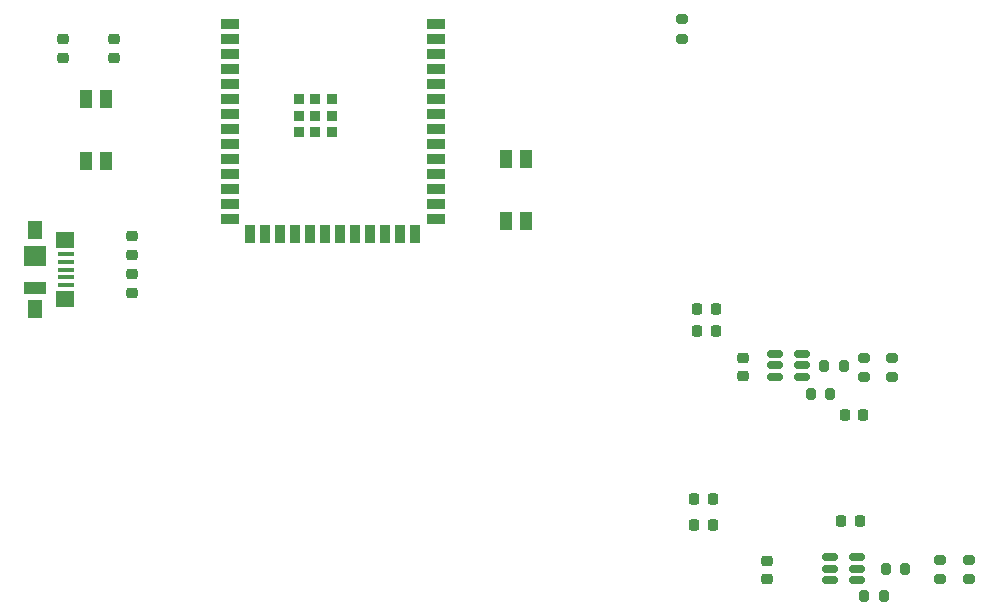
<source format=gtp>
%TF.GenerationSoftware,KiCad,Pcbnew,9.0.6*%
%TF.CreationDate,2025-11-17T01:57:32-05:00*%
%TF.ProjectId,DoodleBot,446f6f64-6c65-4426-9f74-2e6b69636164,rev?*%
%TF.SameCoordinates,Original*%
%TF.FileFunction,Paste,Top*%
%TF.FilePolarity,Positive*%
%FSLAX46Y46*%
G04 Gerber Fmt 4.6, Leading zero omitted, Abs format (unit mm)*
G04 Created by KiCad (PCBNEW 9.0.6) date 2025-11-17 01:57:32*
%MOMM*%
%LPD*%
G01*
G04 APERTURE LIST*
G04 Aperture macros list*
%AMRoundRect*
0 Rectangle with rounded corners*
0 $1 Rounding radius*
0 $2 $3 $4 $5 $6 $7 $8 $9 X,Y pos of 4 corners*
0 Add a 4 corners polygon primitive as box body*
4,1,4,$2,$3,$4,$5,$6,$7,$8,$9,$2,$3,0*
0 Add four circle primitives for the rounded corners*
1,1,$1+$1,$2,$3*
1,1,$1+$1,$4,$5*
1,1,$1+$1,$6,$7*
1,1,$1+$1,$8,$9*
0 Add four rect primitives between the rounded corners*
20,1,$1+$1,$2,$3,$4,$5,0*
20,1,$1+$1,$4,$5,$6,$7,0*
20,1,$1+$1,$6,$7,$8,$9,0*
20,1,$1+$1,$8,$9,$2,$3,0*%
G04 Aperture macros list end*
%ADD10R,1.380000X0.450000*%
%ADD11R,1.300000X1.650000*%
%ADD12R,1.550000X1.425000*%
%ADD13R,1.900000X1.800000*%
%ADD14R,1.900000X1.000000*%
%ADD15R,1.000000X1.550000*%
%ADD16RoundRect,0.218750X-0.256250X0.218750X-0.256250X-0.218750X0.256250X-0.218750X0.256250X0.218750X0*%
%ADD17RoundRect,0.218750X0.256250X-0.218750X0.256250X0.218750X-0.256250X0.218750X-0.256250X-0.218750X0*%
%ADD18RoundRect,0.225000X-0.250000X0.225000X-0.250000X-0.225000X0.250000X-0.225000X0.250000X0.225000X0*%
%ADD19RoundRect,0.225000X0.225000X0.250000X-0.225000X0.250000X-0.225000X-0.250000X0.225000X-0.250000X0*%
%ADD20RoundRect,0.200000X0.275000X-0.200000X0.275000X0.200000X-0.275000X0.200000X-0.275000X-0.200000X0*%
%ADD21RoundRect,0.200000X-0.275000X0.200000X-0.275000X-0.200000X0.275000X-0.200000X0.275000X0.200000X0*%
%ADD22RoundRect,0.200000X-0.200000X-0.275000X0.200000X-0.275000X0.200000X0.275000X-0.200000X0.275000X0*%
%ADD23RoundRect,0.150000X-0.512500X-0.150000X0.512500X-0.150000X0.512500X0.150000X-0.512500X0.150000X0*%
%ADD24RoundRect,0.225000X-0.225000X-0.250000X0.225000X-0.250000X0.225000X0.250000X-0.225000X0.250000X0*%
%ADD25RoundRect,0.225000X0.250000X-0.225000X0.250000X0.225000X-0.250000X0.225000X-0.250000X-0.225000X0*%
%ADD26R,0.900000X0.900000*%
%ADD27R,1.500000X0.900000*%
%ADD28R,0.900000X1.500000*%
G04 APERTURE END LIST*
D10*
%TO.C,J3*%
X69485000Y-99387500D03*
X69485000Y-100037500D03*
X69485000Y-100687500D03*
X69485000Y-101337500D03*
X69485000Y-101987500D03*
D11*
X66825000Y-97312500D03*
D12*
X69400000Y-98200000D03*
D13*
X66825000Y-99537500D03*
D14*
X66825000Y-102237500D03*
D12*
X69400000Y-103175000D03*
D11*
X66825000Y-104062500D03*
%TD*%
D15*
%TO.C,RESET1*%
X72850000Y-86275000D03*
X72850000Y-91525000D03*
X71150000Y-86275000D03*
X71150000Y-91525000D03*
%TD*%
D16*
%TO.C,D1*%
X75050000Y-99450000D03*
X75050000Y-97875000D03*
%TD*%
D17*
%TO.C,D2*%
X75050000Y-101100000D03*
X75050000Y-102675000D03*
%TD*%
D18*
%TO.C,C17*%
X69200000Y-81200000D03*
X69200000Y-82750000D03*
%TD*%
%TO.C,C18*%
X73500000Y-81200000D03*
X73500000Y-82750000D03*
%TD*%
D19*
%TO.C,C7*%
X124456185Y-105859064D03*
X122906185Y-105859064D03*
%TD*%
%TO.C,C2*%
X136650000Y-122000000D03*
X135100000Y-122000000D03*
%TD*%
D20*
%TO.C,R4*%
X136981185Y-108134064D03*
X136981185Y-109784064D03*
%TD*%
D21*
%TO.C,R3*%
X139381185Y-109784064D03*
X139381185Y-108134064D03*
%TD*%
D22*
%TO.C,R8*%
X135306185Y-108859064D03*
X133656185Y-108859064D03*
%TD*%
D23*
%TO.C,5V_Converter1*%
X131756185Y-107859064D03*
X131756185Y-108809064D03*
X131756185Y-109759064D03*
X129481185Y-109759064D03*
X129481185Y-108809064D03*
X129481185Y-107859064D03*
%TD*%
D19*
%TO.C,C8*%
X122906185Y-104059064D03*
X124456185Y-104059064D03*
%TD*%
D24*
%TO.C,C6*%
X136956185Y-112959064D03*
X135406185Y-112959064D03*
%TD*%
D25*
%TO.C,C5*%
X126781185Y-108159064D03*
X126781185Y-109709064D03*
%TD*%
D15*
%TO.C,BOOT1*%
X108400000Y-91300000D03*
X108400000Y-96550000D03*
X106700000Y-91300000D03*
X106700000Y-96550000D03*
%TD*%
D22*
%TO.C,R5*%
X138675000Y-128300000D03*
X137025000Y-128300000D03*
%TD*%
%TO.C,R6*%
X140500000Y-126000000D03*
X138850000Y-126000000D03*
%TD*%
D21*
%TO.C,R11*%
X121600000Y-79475000D03*
X121600000Y-81125000D03*
%TD*%
D20*
%TO.C,R1*%
X143475000Y-126925000D03*
X143475000Y-125275000D03*
%TD*%
D19*
%TO.C,C4*%
X124200000Y-122300000D03*
X122650000Y-122300000D03*
%TD*%
%TO.C,C3*%
X124200000Y-120100000D03*
X122650000Y-120100000D03*
%TD*%
D25*
%TO.C,C1*%
X128775000Y-126875000D03*
X128775000Y-125325000D03*
%TD*%
D23*
%TO.C,3.3V_Converter1*%
X134137500Y-125050000D03*
X134137500Y-126000000D03*
X134137500Y-126950000D03*
X136412500Y-126950000D03*
X136412500Y-126000000D03*
X136412500Y-125050000D03*
%TD*%
D21*
%TO.C,R2*%
X145875000Y-125275000D03*
X145875000Y-126925000D03*
%TD*%
D22*
%TO.C,R7*%
X132500000Y-111200000D03*
X134150000Y-111200000D03*
%TD*%
D26*
%TO.C,U1*%
X89150000Y-86250000D03*
X89150000Y-87650000D03*
X89150000Y-89050000D03*
X90550000Y-86250000D03*
X90550000Y-87650000D03*
X90550000Y-89050000D03*
X91950000Y-86250000D03*
X91950000Y-87650000D03*
X91950000Y-89050000D03*
D27*
X83300000Y-79930000D03*
X83300000Y-81200000D03*
X83300000Y-82470000D03*
X83300000Y-83740000D03*
X83300000Y-85010000D03*
X83300000Y-86280000D03*
X83300000Y-87550000D03*
X83300000Y-88820000D03*
X83300000Y-90090000D03*
X83300000Y-91360000D03*
X83300000Y-92630000D03*
X83300000Y-93900000D03*
X83300000Y-95170000D03*
X83300000Y-96440000D03*
D28*
X85065000Y-97690000D03*
X86335000Y-97690000D03*
X87605000Y-97690000D03*
X88875000Y-97690000D03*
X90145000Y-97690000D03*
X91415000Y-97690000D03*
X92685000Y-97690000D03*
X93955000Y-97690000D03*
X95225000Y-97690000D03*
X96495000Y-97690000D03*
X97765000Y-97690000D03*
X99035000Y-97690000D03*
D27*
X100800000Y-96440000D03*
X100800000Y-95170000D03*
X100800000Y-93900000D03*
X100800000Y-92630000D03*
X100800000Y-91360000D03*
X100800000Y-90090000D03*
X100800000Y-88820000D03*
X100800000Y-87550000D03*
X100800000Y-86280000D03*
X100800000Y-85010000D03*
X100800000Y-83740000D03*
X100800000Y-82470000D03*
X100800000Y-81200000D03*
X100800000Y-79930000D03*
%TD*%
M02*

</source>
